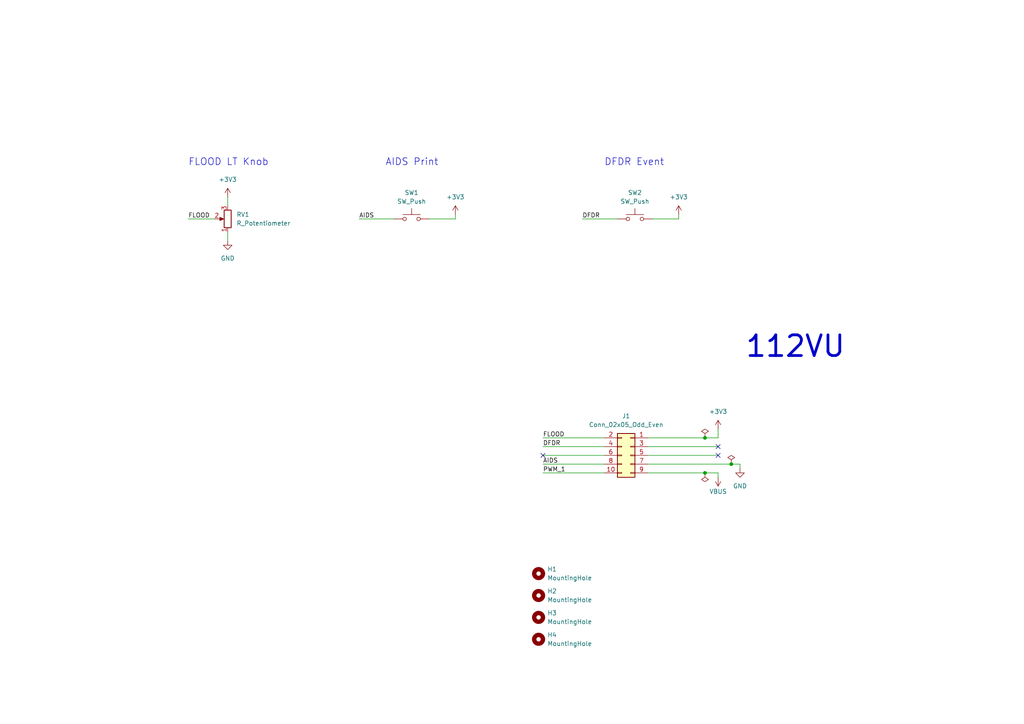
<source format=kicad_sch>
(kicad_sch (version 20231120) (generator "eeschema") (generator_version "8.0")
  (paper "A4")
  (lib_symbols
    (symbol "Connector_Generic:Conn_02x05_Odd_Even" (pin_names (offset 1.016) hide)
      (property "Reference" "J" (at 1.27 7.62 0))
      (property "Value" "Conn_02x05_Odd_Even" (at 1.27 -7.62 0))
      (symbol "Conn_02x05_Odd_Even_1_1"
        (rectangle (start -1.27 -4.953) (end 0 -5.207) (stroke (width 0.1524)))
        (rectangle (start -1.27 -2.413) (end 0 -2.667) (stroke (width 0.1524)))
        (rectangle (start -1.27 0.127) (end 0 -0.127) (stroke (width 0.1524)))
        (rectangle (start -1.27 2.667) (end 0 2.413) (stroke (width 0.1524)))
        (rectangle (start -1.27 5.207) (end 0 4.953) (stroke (width 0.1524)))
        (rectangle (start -1.27 6.35) (end 3.81 -6.35) (stroke (width 0.254)) (fill (type background)))
        (rectangle (start 3.81 -4.953) (end 2.54 -5.207) (stroke (width 0.1524)))
        (rectangle (start 3.81 -2.413) (end 2.54 -2.667) (stroke (width 0.1524)))
        (rectangle (start 3.81 0.127) (end 2.54 -0.127) (stroke (width 0.1524)))
        (rectangle (start 3.81 2.667) (end 2.54 2.413) (stroke (width 0.1524)))
        (rectangle (start 3.81 5.207) (end 2.54 4.953) (stroke (width 0.1524)))
        (pin passive line (at -5.08 5.08 0) (length 3.81) (name "Pin_1") (number "1"))
        (pin passive line (at 7.62 -5.08 180) (length 3.81) (name "Pin_10") (number "10"))
        (pin passive line (at 7.62 5.08 180) (length 3.81) (name "Pin_2") (number "2"))
        (pin passive line (at -5.08 2.54 0) (length 3.81) (name "Pin_3") (number "3"))
        (pin passive line (at 7.62 2.54 180) (length 3.81) (name "Pin_4") (number "4"))
        (pin passive line (at -5.08 0 0) (length 3.81) (name "Pin_5") (number "5"))
        (pin passive line (at 7.62 0 180) (length 3.81) (name "Pin_6") (number "6"))
        (pin passive line (at -5.08 -2.54 0) (length 3.81) (name "Pin_7") (number "7"))
        (pin passive line (at 7.62 -2.54 180) (length 3.81) (name "Pin_8") (number "8"))
        (pin passive line (at -5.08 -5.08 0) (length 3.81) (name "Pin_9") (number "9"))
      )
    )
    (symbol "Device:R_Potentiometer" (pin_names (offset 1.016) hide)
      (property "Reference" "RV" (at -4.445 0 90))
      (property "Value" "R_Potentiometer" (at -2.54 0 90))
      (symbol "R_Potentiometer_0_1"
        (polyline (pts (xy 2.54 0) (xy 1.524 0)))
        (polyline (pts (xy 1.143 0) (xy 2.286 0.508) (xy 2.286 -0.508) (xy 1.143 0)) (fill (type outline)))
        (rectangle (start 1.016 2.54) (end -1.016 -2.54) (stroke (width 0.254)))
      )
      (symbol "R_Potentiometer_1_1"
        (pin passive line (at 0 3.81 270) (length 1.27) (name "1") (number "1"))
        (pin passive line (at 3.81 0 180) (length 1.27) (name "2") (number "2"))
        (pin passive line (at 0 -3.81 90) (length 1.27) (name "3") (number "3"))
      )
    )
    (symbol "Mechanical:MountingHole" (pin_names (offset 1.016))
      (property "Reference" "H" (at 0 5.08 0))
      (property "Value" "MountingHole" (at 0 3.175 0))
      (symbol "MountingHole_0_1"
        (circle (center 0 0) (radius 1.27) (stroke (width 1.27)))
      )
    )
    (symbol "Switch:SW_Push" (pin_numbers hide) (pin_names (offset 1.016) hide)
      (property "Reference" "SW" (at 1.27 2.54 0))
      (property "Value" "SW_Push" (at 0 -1.524 0))
      (symbol "SW_Push_0_1"
        (circle (center -2.032 0) (radius 0.508))
        (polyline (pts (xy 0 1.27) (xy 0 3.048)))
        (polyline (pts (xy 2.54 1.27) (xy -2.54 1.27)))
        (circle (center 2.032 0) (radius 0.508))
        (pin passive line (at -5.08 0 0) (length 2.54) (name "1") (number "1"))
        (pin passive line (at 5.08 0 180) (length 2.54) (name "2") (number "2"))
      )
    )
    (symbol "power:+3V3" (power) (pin_names (offset 0))
      (property "Value" "+3V3" (at 0 3.556 0))
      (symbol "+3V3_0_1"
        (polyline (pts (xy -0.762 1.27) (xy 0 2.54)))
        (polyline (pts (xy 0 0) (xy 0 2.54)))
        (polyline (pts (xy 0 2.54) (xy 0.762 1.27)))
      )
      (symbol "+3V3_1_1"
        (pin power_in line (at 0 0 90) (length 0) hide (name "+3V3") (number "1"))
      )
    )
    (symbol "power:GND" (power) (pin_names (offset 0))
      (property "Value" "GND" (at 0 -3.81 0))
      (symbol "GND_0_1"
        (polyline (pts (xy 0 0) (xy 0 -1.27) (xy 1.27 -1.27) (xy 0 -2.54) (xy -1.27 -1.27) (xy 0 -1.27)))
      )
      (symbol "GND_1_1"
        (pin power_in line (at 0 0 270) (length 0) hide (name "GND") (number "1"))
      )
    )
    (symbol "power:PWR_FLAG" (power) (pin_numbers hide) (pin_names (offset 0) hide)
      (property "Value" "PWR_FLAG" (at 0 3.81 0))
      (symbol "PWR_FLAG_0_0"
        (pin power_out line (at 0 0 90) (length 0) (name "pwr") (number "1"))
      )
      (symbol "PWR_FLAG_0_1"
        (polyline (pts (xy 0 0) (xy 0 1.27) (xy -1.016 1.905) (xy 0 2.54) (xy 1.016 1.905) (xy 0 1.27)))
      )
    )
    (symbol "power:VBUS" (power) (pin_names (offset 0))
      (property "Value" "VBUS" (at 0 3.81 0))
      (symbol "VBUS_0_1"
        (polyline (pts (xy -0.762 1.27) (xy 0 2.54)))
        (polyline (pts (xy 0 0) (xy 0 2.54)))
        (polyline (pts (xy 0 2.54) (xy 0.762 1.27)))
      )
      (symbol "VBUS_1_1"
        (pin power_in line (at 0 0 90) (length 0) hide (name "VBUS") (number "1"))
      )
    )
  )
  (junction (at 212.09 134.62))
  (junction (at 204.47 137.16))
  (junction (at 204.47 127))
  (no_connect (at 208.28 129.54))
  (no_connect (at 157.48 132.08))
  (no_connect (at 208.28 132.08))
  (wire (pts (xy 66.04 67.31) (xy 66.04 69.85)))
  (wire (pts (xy 214.63 134.62) (xy 214.63 135.89)))
  (wire (pts (xy 157.48 134.62) (xy 175.26 134.62)))
  (wire (pts (xy 212.09 134.62) (xy 214.63 134.62)))
  (wire (pts (xy 157.48 127) (xy 175.26 127)))
  (wire (pts (xy 208.28 138.43) (xy 208.28 137.16)))
  (wire (pts (xy 104.14 63.5) (xy 114.3 63.5)))
  (wire (pts (xy 157.48 137.16) (xy 175.26 137.16)))
  (wire (pts (xy 168.91 63.5) (xy 179.07 63.5)))
  (wire (pts (xy 54.61 63.5) (xy 62.23 63.5)))
  (wire (pts (xy 132.08 62.23) (xy 132.08 63.5)))
  (wire (pts (xy 196.85 62.23) (xy 196.85 63.5)))
  (wire (pts (xy 187.96 129.54) (xy 208.28 129.54)))
  (wire (pts (xy 66.04 57.15) (xy 66.04 59.69)))
  (wire (pts (xy 124.46 63.5) (xy 132.08 63.5)))
  (wire (pts (xy 187.96 137.16) (xy 204.47 137.16)))
  (wire (pts (xy 157.48 132.08) (xy 175.26 132.08)))
  (wire (pts (xy 189.23 63.5) (xy 196.85 63.5)))
  (wire (pts (xy 187.96 127) (xy 204.47 127)))
  (wire (pts (xy 187.96 132.08) (xy 208.28 132.08)))
  (wire (pts (xy 204.47 127) (xy 208.28 127)))
  (wire (pts (xy 204.47 137.16) (xy 208.28 137.16)))
  (wire (pts (xy 208.28 124.46) (xy 208.28 127)))
  (wire (pts (xy 157.48 129.54) (xy 175.26 129.54)))
  (wire (pts (xy 187.96 134.62) (xy 212.09 134.62)))
  (text "AIDS Print" (at 111.76 48.26 0) (effects (font (size 2 2)) (justify left bottom)))
  (text "112VU" (at 215.9 104.14 0) (effects (font (size 6 6) (thickness 0.8) (bold yes)) (justify left bottom)))
  (text "DFDR Event" (at 175.26 48.26 0) (effects (font (size 2 2)) (justify left bottom)))
  (text "FLOOD LT Knob" (at 54.61 48.26 0) (effects (font (size 2 2)) (justify left bottom)))
  (label "FLOOD" (at 157.48 127 0))
  (label "DFDR" (at 157.48 129.54 0))
  (label "DFDR" (at 168.91 63.5 0))
  (label "AIDS" (at 104.14 63.5 0))
  (label "PWM_1" (at 157.48 137.16 0))
  (label "FLOOD" (at 54.61 63.5 0))
  (label "AIDS" (at 157.48 134.62 0))
  (symbol (lib_id "power:PWR_FLAG") (at 204.47 127 0) (unit 1)
    (property "Reference" "#FLG01" (effects (hide yes)))
    (property "Value" "PWR_FLAG" (effects (hide yes)))
  )
  (symbol (lib_id "Switch:SW_Push") (at 184.15 63.5 0) (unit 1)
    (property "Reference" "SW2" (at 184.15 55.88 0))
    (property "Value" "SW_Push" (at 184.15 58.42 0))
    (property "Footprint" "Button_Switch_SMD:SW_Push_1TS009xxxx-xxxx-xxxx_6x6x5mm" (effects (hide yes)))
    (property "Datasheet" "https://www.lcsc.com/datasheet/lcsc_datasheet_1811151231_HYP--Hongyuan-Precision-1TS009A-1800-5000-CT_C319409.pdf" (effects (hide yes)))
    (property "JLCPCB Part" "C319409" (effects (hide yes)))
    (property "Manufracturer" "HYP (Hongyuan Precision)" (effects (hide yes)))
    (property "Manufracturer Part Number" "1TS009A-1800-5000-CT" (effects (hide yes)))
  )
  (symbol (lib_id "power:GND") (at 66.04 69.85 0) (unit 1)
    (property "Reference" "#PWR02" (effects (hide yes)))
    (property "Value" "GND" (at 66.04 74.93 0))
  )
  (symbol (lib_id "power:+3V3") (at 132.08 62.23 0) (unit 1)
    (property "Reference" "#PWR05" (effects (hide yes)))
    (property "Value" "+3V3" (at 132.08 57.15 0))
  )
  (symbol (lib_id "Mechanical:MountingHole") (at 156.21 166.37 0) (unit 1) (in_bom no)
    (property "Reference" "H1" (at 158.75 165.1 0) (effects (justify left)))
    (property "Value" "MountingHole" (at 158.75 167.64 0) (effects (justify left)))
    (property "Footprint" "MountingHole:MountingHole_2.2mm_M2" (effects (hide yes)))
  )
  (symbol (lib_id "power:+3V3") (at 208.28 124.46 0) (unit 1)
    (property "Reference" "#PWR09" (effects (hide yes)))
    (property "Value" "+3V3" (at 208.28 119.38 0))
  )
  (symbol (lib_id "Switch:SW_Push") (at 119.38 63.5 0) (unit 1)
    (property "Reference" "SW1" (at 119.38 55.88 0))
    (property "Value" "SW_Push" (at 119.38 58.42 0))
    (property "Footprint" "Button_Switch_SMD:SW_Push_1TS009xxxx-xxxx-xxxx_6x6x5mm" (effects (hide yes)))
    (property "Datasheet" "https://www.lcsc.com/datasheet/lcsc_datasheet_1811151231_HYP--Hongyuan-Precision-1TS009A-1800-5000-CT_C319409.pdf" (effects (hide yes)))
    (property "JLCPCB Part" "C319409" (effects (hide yes)))
    (property "Manufracturer" "HYP (Hongyuan Precision)" (effects (hide yes)))
    (property "Manufracturer Part Number" "1TS009A-1800-5000-CT" (effects (hide yes)))
  )
  (symbol (lib_id "Mechanical:MountingHole") (at 156.21 179.07 0) (unit 1) (in_bom no)
    (property "Reference" "H3" (at 158.75 177.8 0) (effects (justify left)))
    (property "Value" "MountingHole" (at 158.75 180.34 0) (effects (justify left)))
    (property "Footprint" "MountingHole:MountingHole_2.2mm_M2" (effects (hide yes)))
  )
  (symbol (lib_id "power:+3V3") (at 66.04 57.15 0) (unit 1)
    (property "Reference" "#PWR01" (effects (hide yes)))
    (property "Value" "+3V3" (at 66.04 52.07 0))
  )
  (symbol (lib_id "power:+3V3") (at 196.85 62.23 0) (unit 1)
    (property "Reference" "#PWR08" (effects (hide yes)))
    (property "Value" "+3V3" (at 196.85 57.15 0))
  )
  (symbol (lib_id "power:PWR_FLAG") (at 212.09 134.62 0) (unit 1)
    (property "Reference" "#FLG03" (effects (hide yes)))
    (property "Value" "PWR_FLAG" (effects (hide yes)))
  )
  (symbol (lib_id "power:PWR_FLAG") (at 204.47 137.16 180) (unit 1)
    (property "Reference" "#FLG02" (effects (hide yes)))
    (property "Value" "PWR_FLAG" (effects (hide yes)))
  )
  (symbol (lib_id "Connector_Generic:Conn_02x05_Odd_Even") (at 182.88 132.08 0) (mirror y) (unit 1)
    (property "Reference" "J1" (at 181.61 120.65 0))
    (property "Value" "Conn_02x05_Odd_Even" (at 181.61 123.19 0))
    (property "Footprint" "Connector_IDC:IDC-Header_2x05_P2.54mm_Vertical" (effects (hide yes)))
    (property "Datasheet" "https://www.lcsc.com/datasheet/lcsc_datasheet_1810281612_BOOMELE-Boom-Precision-Elec-2-54-2-5P_C5665.pdf" (effects (hide yes)))
    (property "JLCPCB Part" "C5665" (effects (hide yes)))
    (property "Manufracturer" "BOOMELE(Boom Precision Elec)" (effects (hide yes)))
    (property "Manufracturer Part Number" "2.54-2*5P" (effects (hide yes)))
  )
  (symbol (lib_id "Device:R_Potentiometer") (at 66.04 63.5 180) (unit 1)
    (property "Reference" "RV1" (at 68.58 62.23 0) (effects (justify right)))
    (property "Value" "R_Potentiometer" (at 68.58 64.77 0) (effects (justify right)))
    (property "Footprint" "NiasStuff:Potentiometer_Alps_RK09L_Double_Vertical" (effects (hide yes)))
    (property "Datasheet" "https://datasheet.lcsc.com/lcsc/1912111437_ALPSALPINE-RK09L1240A12_C380211.pdf" (effects (hide yes)))
    (property "Manufracturer" "ALPSALPINE" (effects (hide yes)))
    (property "Manufracturer Part Number" "RK09L1240A12" (effects (hide yes)))
    (property "JLCPCB Part" "C380211" (effects (hide yes)))
  )
  (symbol (lib_id "Mechanical:MountingHole") (at 156.21 172.72 0) (unit 1) (in_bom no)
    (property "Reference" "H2" (at 158.75 171.45 0) (effects (justify left)))
    (property "Value" "MountingHole" (at 158.75 173.99 0) (effects (justify left)))
    (property "Footprint" "MountingHole:MountingHole_2.2mm_M2" (effects (hide yes)))
  )
  (symbol (lib_id "Mechanical:MountingHole") (at 156.21 185.42 0) (unit 1) (in_bom no)
    (property "Reference" "H4" (at 158.75 184.15 0) (effects (justify left)))
    (property "Value" "MountingHole" (at 158.75 186.69 0) (effects (justify left)))
    (property "Footprint" "MountingHole:MountingHole_2.2mm_M2" (effects (hide yes)))
  )
  (symbol (lib_id "power:GND") (at 214.63 135.89 0) (unit 1)
    (property "Reference" "#PWR011" (effects (hide yes)))
    (property "Value" "GND" (at 214.63 140.97 0))
  )
  (symbol (lib_id "power:VBUS") (at 208.28 138.43 180) (unit 1)
    (property "Reference" "#PWR010" (effects (hide yes)))
    (property "Value" "VBUS" (at 208.28 142.5631 0))
  )
)
</source>
